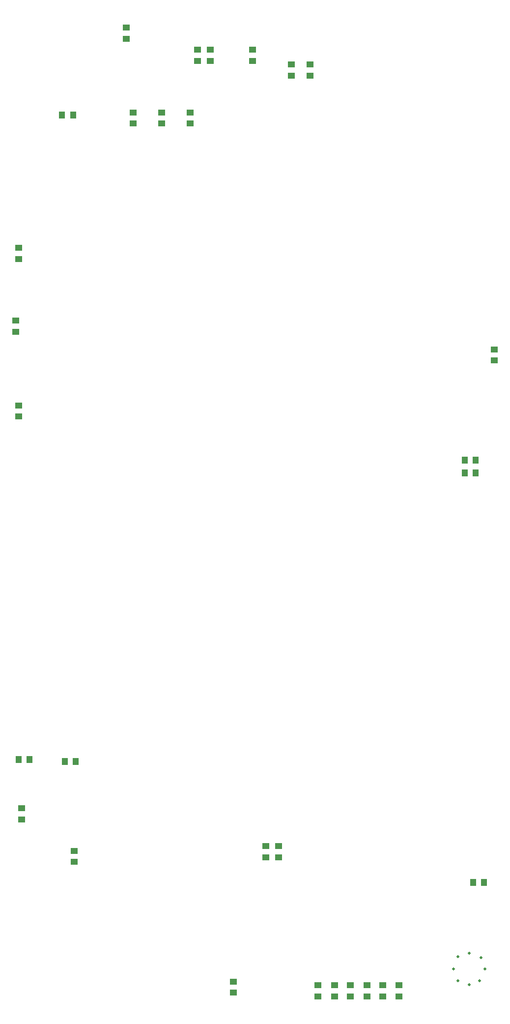
<source format=gbr>
G04 DipTrace 4.0.0.5*
G04 bottom_paste_dendy_junior_remastered_rev_2.2.1.gbr*
%MOIN*%
G04 #@! TF.FileFunction,Paste,Bot*
G04 #@! TF.Part,Single*
%ADD18C,0.019685*%
%ADD106R,0.051181X0.043307*%
%ADD118R,0.043307X0.051181*%
%FSLAX26Y26*%
G04*
G70*
G90*
G75*
G01*
G04 BotPaste*
%LPD*%
D18*
X3294096Y456298D3*
Y243776D3*
X3400357Y350037D3*
X3187835D3*
X3362853Y268778D3*
X3375354Y425045D3*
X3219088Y268778D3*
Y431295D3*
D106*
X237525Y4094180D3*
Y4168983D3*
D118*
X606314Y6138144D3*
X531510D3*
D106*
X1825192Y6581736D3*
Y6506933D3*
D118*
X625066Y1756434D3*
X550262D3*
X3262945Y3712787D3*
X3337748D3*
D106*
X612564Y1150121D3*
Y1075318D3*
X2000210Y1181374D3*
Y1106571D3*
X237525Y5238050D3*
Y5163247D3*
D118*
Y1768936D3*
X312328D3*
D106*
X218773Y4669445D3*
Y4744248D3*
D118*
X3262843Y3800399D3*
X3337646D3*
D106*
X256277Y1437651D3*
Y1362848D3*
X1912701Y1181374D3*
Y1106571D3*
X3462864Y4475470D3*
Y4550273D3*
X1206377Y6156896D3*
Y6082093D3*
X1012606Y6157101D3*
Y6082298D3*
X1400147Y6156896D3*
Y6082093D3*
X1450152Y6506933D3*
Y6581736D3*
X2212732Y6406923D3*
Y6481726D3*
X1537661Y6581941D3*
Y6507138D3*
X2087719Y6481930D3*
Y6407127D3*
X2819046Y162517D3*
Y237320D3*
X2706534Y162517D3*
Y237320D3*
X2268988Y162722D3*
Y237525D3*
X2600273Y162517D3*
Y237320D3*
X2487761Y162517D3*
Y237320D3*
X2381500Y162517D3*
Y237320D3*
X968852Y6731957D3*
Y6657154D3*
X1694030Y187622D3*
Y262425D3*
D118*
X3394106Y934472D3*
X3319303D3*
M02*

</source>
